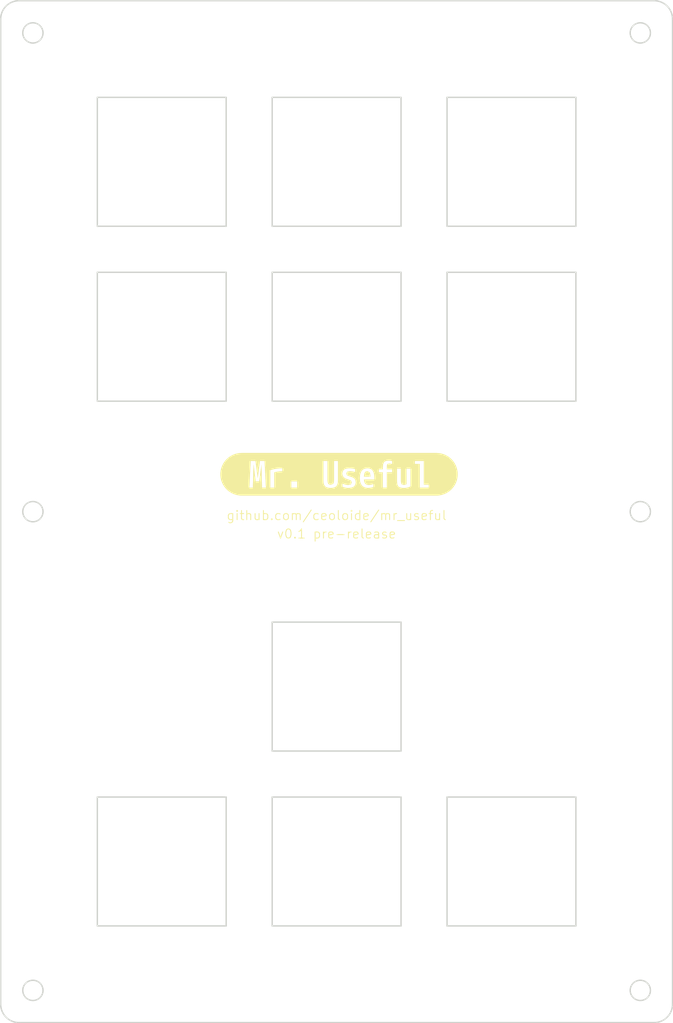
<source format=kicad_pcb>

            
(kicad_pcb (version 20171130) (host pcbnew 5.1.6)

  (page A3)
  (title_block
    (title front_plate)
    (rev 0.1)
    (company ceoloide)
  )

  (general
    (thickness 1.6)
  )

  (layers
    (0 F.Cu signal)
    (31 B.Cu signal)
    (32 B.Adhes user)
    (33 F.Adhes user)
    (34 B.Paste user)
    (35 F.Paste user)
    (36 B.SilkS user)
    (37 F.SilkS user)
    (38 B.Mask user)
    (39 F.Mask user)
    (40 Dwgs.User user)
    (41 Cmts.User user)
    (42 Eco1.User user)
    (43 Eco2.User user)
    (44 Edge.Cuts user)
    (45 Margin user)
    (46 B.CrtYd user)
    (47 F.CrtYd user)
    (48 B.Fab user)
    (49 F.Fab user)
  )

  (setup
    (last_trace_width 0.25)
    (trace_clearance 0.2)
    (zone_clearance 0.508)
    (zone_45_only no)
    (trace_min 0.2)
    (via_size 0.8)
    (via_drill 0.4)
    (via_min_size 0.4)
    (via_min_drill 0.3)
    (uvia_size 0.3)
    (uvia_drill 0.1)
    (uvias_allowed no)
    (uvia_min_size 0.2)
    (uvia_min_drill 0.1)
    (edge_width 0.05)
    (segment_width 0.2)
    (pcb_text_width 0.3)
    (pcb_text_size 1.5 1.5)
    (mod_edge_width 0.12)
    (mod_text_size 1 1)
    (mod_text_width 0.15)
    (pad_size 1.524 1.524)
    (pad_drill 0.762)
    (pad_to_mask_clearance 0.05)
    (aux_axis_origin 0 0)
    (visible_elements FFFFFF7F)
    (pcbplotparams
      (layerselection 0x010fc_ffffffff)
      (usegerberextensions false)
      (usegerberattributes true)
      (usegerberadvancedattributes true)
      (creategerberjobfile true)
      (excludeedgelayer true)
      (linewidth 0.100000)
      (plotframeref false)
      (viasonmask false)
      (mode 1)
      (useauxorigin false)
      (hpglpennumber 1)
      (hpglpenspeed 20)
      (hpglpendiameter 15.000000)
      (psnegative false)
      (psa4output false)
      (plotreference true)
      (plotvalue true)
      (plotinvisibletext false)
      (padsonsilk false)
      (subtractmaskfromsilk false)
      (outputformat 1)
      (mirror false)
      (drillshape 1)
      (scaleselection 1)
      (outputdirectory ""))
  )

            (net 0 "")
            
  (net_class Default "This is the default net class."
    (clearance 0.2)
    (trace_width 0.25)
    (via_dia 0.8)
    (via_drill 0.4)
    (uvia_dia 0.3)
    (uvia_drill 0.1)
    (add_net "")
  )

            
    (module "logo_mr_useful" (layer "F.Cu")
      (at 79 87 0)
      (fp_text reference "LOGO1" (at 0 0) (layer F.SilkS) hide (effects (font (size 1.27 1.27) (thickness 0.15))))
      (fp_text value "" (at 0 0) (layer F.SilkS) hide (effects (font (size 1.27 1.27) (thickness 0.15))))
      (fp_text user "github.com/ceoloide/mr_useful" (at 0 1) (layer "F.SilkS")
          (effects (font (size 1 1) (thickness 0.1)) (justify bottom))
      )
      (fp_text user "v0.1 pre-release" (at 0 3) (layer "F.SilkS")
          (effects (font (size 1 1) (thickness 0.1)) (justify bottom))
      )
      (fp_poly
        (pts
          (xy 2.972094 -3.801687)
          (xy 3.678531 -3.801687)
          (xy 3.654719 -4.079996)
          (xy 3.591219 -4.264047)
          (xy 3.341188 -4.400969)
          (xy 3.185414 -4.368226)
          (xy 3.075281 -4.27)
          (xy 3.005828 -4.087437)
          (xy 2.972094 -3.801687)
        )
        (layer F.SilkS) (width  0.01))
      (fp_poly
        (pts
          (xy -9.485812 -6.37476)
          (xy -10.312635 -6.37476)
          (xy -10.539555 -6.363612)
          (xy -10.76429 -6.330276)
          (xy -10.984675 -6.275073)
          (xy -11.198587 -6.198533)
          (xy -11.403968 -6.101396)
          (xy -11.598838 -5.984595)
          (xy -11.781322 -5.849256)
          (xy -11.949661 -5.696682)
          (xy -12.102235 -5.528343)
          (xy -12.237574 -5.345859)
          (xy -12.354375 -5.150989)
          (xy -12.451513 -4.945608)
          (xy -12.528052 -4.731695)
          (xy -12.583255 -4.51131)
          (xy -12.616592 -4.286576)
          (xy -12.627739 -4.059656)
          (xy -12.616592 -3.832736)
          (xy -12.583255 -3.608002)
          (xy -12.528052 -3.387617)
          (xy -12.451513 -3.173704)
          (xy -12.354375 -2.968323)
          (xy -12.237574 -2.773453)
          (xy -12.102235 -2.590969)
          (xy -11.949661 -2.42263)
          (xy -11.781322 -2.270056)
          (xy -11.598838 -2.134717)
          (xy -11.403968 -2.017916)
          (xy -11.198587 -1.920779)
          (xy -10.984675 -1.844239)
          (xy -10.76429 -1.789036)
          (xy -10.539555 -1.7557)
          (xy -10.312635 -1.744552)
          (xy -9.485812 -1.744552)
          (xy -9.096875 -1.744552)
          (xy -9.096875 -2.611062)
          (xy -9.485812 -2.611062)
          (xy -9.335 -5.50825)
          (xy -8.815094 -5.50825)
          (xy -8.573 -3.662781)
          (xy -8.565062 -3.662781)
          (xy -8.326937 -5.50825)
          (xy -7.826875 -5.50825)
          (xy -7.680031 -2.611062)
          (xy -8.104687 -2.611062)
          (xy -8.164219 -5.071687)
          (xy -8.168187 -5.071687)
          (xy -8.41425 -3.28575)
          (xy -8.791281 -3.28575)
          (xy -9.0175 -5.071687)
          (xy -9.029406 -5.071687)
          (xy -9.096875 -2.611062)
          (xy -9.096875 -1.744552)
          (xy -6.767219 -1.744552)
          (xy -6.767219 -2.611062)
          (xy -7.203781 -2.611062)
          (xy -7.203781 -4.508125)
          (xy -6.950734 -4.58242)
          (xy -6.693241 -4.640205)
          (xy -6.431304 -4.68148)
          (xy -6.164921 -4.706245)
          (xy -5.894094 -4.7145)
          (xy -5.894094 -4.385094)
          (xy -6.197924 -4.372305)
          (xy -6.490288 -4.333941)
          (xy -6.771187 -4.27)
          (xy -6.767219 -2.611062)
          (xy -6.767219 -1.744552)
          (xy -4.92175 -1.744552)
          (xy -4.92175 -2.611062)
          (xy -4.92175 -3.28575)
          (xy -4.28675 -3.28575)
          (xy -4.28675 -2.611062)
          (xy -4.92175 -2.611062)
          (xy -4.92175 -1.744552)
          (xy -0.643437 -1.744552)
          (xy -0.643437 -2.571375)
          (xy -0.899863 -2.591659)
          (xy -1.10293 -2.652514)
          (xy -1.252641 -2.753937)
          (xy -1.355167 -2.902986)
          (xy -1.416682 -3.106715)
          (xy -1.437187 -3.365125)
          (xy -1.437187 -5.50825)
          (xy -0.988719 -5.50825)
          (xy -0.988719 -3.4445)
          (xy -0.968875 -3.187523)
          (xy -0.909344 -3.027781)
          (xy -0.801195 -2.944437)
          (xy -0.6355 -2.916656)
          (xy -0.361656 -3.025797)
          (xy -0.302125 -3.185043)
          (xy -0.282281 -3.4445)
          (xy -0.282281 -5.50825)
          (xy 0.150313 -5.50825)
          (xy 0.150313 -3.365125)
          (xy 0.129807 -3.106715)
          (xy 0.068292 -2.902986)
          (xy -0.034234 -2.753937)
          (xy -0.183944 -2.652514)
          (xy -0.387012 -2.591659)
          (xy -0.643437 -2.571375)
          (xy -0.643437 -1.744552)
          (xy 1.317125 -1.744552)
          (xy 1.317125 -2.571375)
          (xy 1.073708 -2.585486)
          (xy 0.846167 -2.627819)
          (xy 0.6345 -2.698375)
          (xy 0.6345 -3.047625)
          (xy 0.951008 -2.931539)
          (xy 1.249656 -2.892843)
          (xy 1.551281 -2.958328)
          (xy 1.642563 -3.166687)
          (xy 1.571125 -3.365125)
          (xy 1.309188 -3.484187)
          (xy 0.986727 -3.593824)
          (xy 0.773406 -3.732234)
          (xy 0.654344 -3.910332)
          (xy 0.614656 -4.139031)
          (xy 0.661289 -4.384597)
          (xy 0.801188 -4.565672)
          (xy 1.033359 -4.677293)
          (xy 1.356813 -4.7145)
          (xy 1.588764 -4.704798)
          (xy 1.808368 -4.675694)
          (xy 2.015625 -4.627187)
          (xy 2.015625 -4.297781)
          (xy 1.698125 -4.372195)
          (xy 1.3965 -4.397)
          (xy 1.137539 -4.332508)
          (xy 1.051219 -4.139031)
          (xy 1.120672 -3.960437)
          (xy 1.356813 -3.849312)
          (xy 1.710527 -3.738187)
          (xy 1.930297 -3.60325)
          (xy 2.044895 -3.420687)
          (xy 2.083094 -3.166687)
          (xy 2.032988 -2.913679)
          (xy 1.882672 -2.726156)
          (xy 1.641074 -2.61007)
          (xy 1.317125 -2.571375)
          (xy 1.317125 -1.744552)
          (xy 3.432469 -1.744552)
          (xy 3.432469 -2.571375)
          (xy 3.153554 -2.60114)
          (xy 2.925351 -2.690437)
          (xy 2.747859 -2.839265)
          (xy 2.62108 -3.047625)
          (xy 2.545012 -3.315515)
          (xy 2.519656 -3.642937)
          (xy 2.542807 -3.970359)
          (xy 2.612261 -4.23825)
          (xy 2.728016 -4.446609)
          (xy 2.890073 -4.595437)
          (xy 3.098432 -4.684734)
          (xy 3.353094 -4.7145)
          (xy 3.585486 -4.686498)
          (xy 3.774663 -4.602493)
          (xy 3.920625 -4.462484)
          (xy 4.024254 -4.260298)
          (xy 4.086431 -3.989762)
          (xy 4.107156 -3.650875)
          (xy 4.099219 -3.492125)
          (xy 2.972094 -3.492125)
          (xy 3.018231 -3.213816)
          (xy 3.116953 -3.029765)
          (xy 3.271238 -2.927074)
          (xy 3.484063 -2.892843)
          (xy 3.728141 -2.919633)
          (xy 4 -3)
          (xy 4 -2.670593)
          (xy 3.709289 -2.596179)
          (xy 3.432469 -2.571375)
          (xy 3.432469 -1.744552)
          (xy 5.456531 -1.744552)
          (xy 5.456531 -2.611062)
          (xy 5.019969 -2.611062)
          (xy 5.019969 -4.273969)
          (xy 4.583406 -4.273969)
          (xy 4.583406 -4.595437)
          (xy 5.019969 -4.595437)
          (xy 5.019969 -4.825625)
          (xy 5.054695 -5.168922)
          (xy 5.158875 -5.389187)
          (xy 5.347391 -5.50825)
          (xy 5.635125 -5.547937)
          (xy 5.843484 -5.536031)
          (xy 6.032 -5.500312)
          (xy 6.032 -5.174875)
          (xy 5.722438 -5.230437)
          (xy 5.547813 -5.198687)
          (xy 5.476375 -5.065734)
          (xy 5.461492 -4.929308)
          (xy 5.456531 -4.722437)
          (xy 5.456531 -4.595437)
          (xy 6.032 -4.595437)
          (xy 6.032 -4.273969)
          (xy 5.456531 -4.273969)
          (xy 5.456531 -2.611062)
          (xy 5.456531 -1.744552)
          (xy 7.33375 -1.744552)
          (xy 7.33375 -2.571375)
          (xy 7.066521 -2.587691)
          (xy 6.862792 -2.636639)
          (xy 6.722563 -2.718218)
          (xy 6.600524 -2.928562)
          (xy 6.559844 -3.265906)
          (xy 6.559844 -4.674812)
          (xy 6.9845 -4.674812)
          (xy 6.9845 -3.265906)
          (xy 7.057922 -2.974203)
          (xy 7.325813 -2.896812)
          (xy 7.595688 -2.976187)
          (xy 7.591719 -4.674812)
          (xy 8.028281 -4.674812)
          (xy 8.028281 -2.738062)
          (xy 7.820583 -2.645458)
          (xy 7.589073 -2.589896)
          (xy 7.33375 -2.571375)
          (xy 7.33375 -1.744552)
          (xy 10.012656 -1.744552)
          (xy 10.012656 -2.611062)
          (xy 9.036344 -2.611062)
          (xy 9.036344 -5.186781)
          (xy 8.504531 -5.186781)
          (xy 8.504531 -5.50825)
          (xy 9.480844 -5.50825)
          (xy 9.480844 -2.932531)
          (xy 10.012656 -2.932531)
          (xy 10.012656 -2.611062)
          (xy 10.012656 -1.744552)
          (xy 10.839479 -1.744552)
          (xy 11.066399 -1.7557)
          (xy 11.291134 -1.789036)
          (xy 11.511519 -1.844239)
          (xy 11.725431 -1.920779)
          (xy 11.930812 -2.017916)
          (xy 12.125682 -2.134717)
          (xy 12.308166 -2.270056)
          (xy 12.476505 -2.42263)
          (xy 12.629079 -2.590969)
          (xy 12.764418 -2.773453)
          (xy 12.881219 -2.968323)
          (xy 12.978357 -3.173704)
          (xy 13.054896 -3.387617)
          (xy 13.110099 -3.608002)
          (xy 13.143436 -3.832736)
          (xy 13.154583 -4.059656)
          (xy 13.143436 -4.286576)
          (xy 13.110099 -4.51131)
          (xy 13.054896 -4.731695)
          (xy 12.978357 -4.945608)
          (xy 12.881219 -5.150989)
          (xy 12.764418 -5.345859)
          (xy 12.629079 -5.528343)
          (xy 12.476505 -5.696682)
          (xy 12.308166 -5.849256)
          (xy 12.125682 -5.984595)
          (xy 11.930812 -6.101396)
          (xy 11.725431 -6.198533)
          (xy 11.511519 -6.275073)
          (xy 11.291134 -6.330276)
          (xy 11.066399 -6.363612)
          (xy 10.839479 -6.37476)
          (xy 10.012656 -6.37476)
          (xy -9.485812 -6.37476)
        )
        (layer F.SilkS) (width  0.01))
    )
      
            (gr_line (start 44.5 142.5) (end 113.5 142.5) (angle 90) (layer Edge.Cuts) (width 0.15))
(gr_line (start 115.5 140.5) (end 115.5 33.5) (angle 90) (layer Edge.Cuts) (width 0.15))
(gr_line (start 44.5 31.5) (end 113.5 31.5) (angle 90) (layer Edge.Cuts) (width 0.15))
(gr_line (start 42.5 140.5) (end 42.5 33.5) (angle 90) (layer Edge.Cuts) (width 0.15))
(gr_arc (start 113.5 140.5) (end 113.5 142.5) (angle -90) (layer Edge.Cuts) (width 0.15))
(gr_arc (start 113.5 33.5) (end 115.5 33.5) (angle -90) (layer Edge.Cuts) (width 0.15))
(gr_arc (start 44.5 33.5) (end 44.5 31.5) (angle -90) (layer Edge.Cuts) (width 0.15))
(gr_arc (start 44.5 140.5) (end 42.5 140.5) (angle -90) (layer Edge.Cuts) (width 0.15))
(gr_line (start 53 132) (end 67 132) (angle 90) (layer Edge.Cuts) (width 0.15))
(gr_line (start 67 132) (end 67 118) (angle 90) (layer Edge.Cuts) (width 0.15))
(gr_line (start 67 118) (end 53 118) (angle 90) (layer Edge.Cuts) (width 0.15))
(gr_line (start 53 118) (end 53 132) (angle 90) (layer Edge.Cuts) (width 0.15))
(gr_line (start 72 132) (end 86 132) (angle 90) (layer Edge.Cuts) (width 0.15))
(gr_line (start 86 132) (end 86 118) (angle 90) (layer Edge.Cuts) (width 0.15))
(gr_line (start 86 118) (end 72 118) (angle 90) (layer Edge.Cuts) (width 0.15))
(gr_line (start 72 118) (end 72 132) (angle 90) (layer Edge.Cuts) (width 0.15))
(gr_line (start 72 113) (end 86 113) (angle 90) (layer Edge.Cuts) (width 0.15))
(gr_line (start 86 113) (end 86 99) (angle 90) (layer Edge.Cuts) (width 0.15))
(gr_line (start 86 99) (end 72 99) (angle 90) (layer Edge.Cuts) (width 0.15))
(gr_line (start 72 99) (end 72 113) (angle 90) (layer Edge.Cuts) (width 0.15))
(gr_line (start 91 132) (end 105 132) (angle 90) (layer Edge.Cuts) (width 0.15))
(gr_line (start 105 132) (end 105 118) (angle 90) (layer Edge.Cuts) (width 0.15))
(gr_line (start 105 118) (end 91 118) (angle 90) (layer Edge.Cuts) (width 0.15))
(gr_line (start 91 118) (end 91 132) (angle 90) (layer Edge.Cuts) (width 0.15))
(gr_line (start 53 75) (end 67 75) (angle 90) (layer Edge.Cuts) (width 0.15))
(gr_line (start 67 75) (end 67 61) (angle 90) (layer Edge.Cuts) (width 0.15))
(gr_line (start 67 61) (end 53 61) (angle 90) (layer Edge.Cuts) (width 0.15))
(gr_line (start 53 61) (end 53 75) (angle 90) (layer Edge.Cuts) (width 0.15))
(gr_line (start 53 56) (end 67 56) (angle 90) (layer Edge.Cuts) (width 0.15))
(gr_line (start 67 56) (end 67 42) (angle 90) (layer Edge.Cuts) (width 0.15))
(gr_line (start 67 42) (end 53 42) (angle 90) (layer Edge.Cuts) (width 0.15))
(gr_line (start 53 42) (end 53 56) (angle 90) (layer Edge.Cuts) (width 0.15))
(gr_line (start 72 75) (end 86 75) (angle 90) (layer Edge.Cuts) (width 0.15))
(gr_line (start 86 75) (end 86 61) (angle 90) (layer Edge.Cuts) (width 0.15))
(gr_line (start 86 61) (end 72 61) (angle 90) (layer Edge.Cuts) (width 0.15))
(gr_line (start 72 61) (end 72 75) (angle 90) (layer Edge.Cuts) (width 0.15))
(gr_line (start 72 56) (end 86 56) (angle 90) (layer Edge.Cuts) (width 0.15))
(gr_line (start 86 56) (end 86 42) (angle 90) (layer Edge.Cuts) (width 0.15))
(gr_line (start 86 42) (end 72 42) (angle 90) (layer Edge.Cuts) (width 0.15))
(gr_line (start 72 42) (end 72 56) (angle 90) (layer Edge.Cuts) (width 0.15))
(gr_line (start 91 75) (end 105 75) (angle 90) (layer Edge.Cuts) (width 0.15))
(gr_line (start 105 75) (end 105 61) (angle 90) (layer Edge.Cuts) (width 0.15))
(gr_line (start 105 61) (end 91 61) (angle 90) (layer Edge.Cuts) (width 0.15))
(gr_line (start 91 61) (end 91 75) (angle 90) (layer Edge.Cuts) (width 0.15))
(gr_line (start 91 56) (end 105 56) (angle 90) (layer Edge.Cuts) (width 0.15))
(gr_line (start 105 56) (end 105 42) (angle 90) (layer Edge.Cuts) (width 0.15))
(gr_line (start 105 42) (end 91 42) (angle 90) (layer Edge.Cuts) (width 0.15))
(gr_line (start 91 42) (end 91 56) (angle 90) (layer Edge.Cuts) (width 0.15))
(gr_circle (center 46 35) (end 47.1 35) (layer Edge.Cuts) (width 0.15))
(gr_circle (center 112 35) (end 113.1 35) (layer Edge.Cuts) (width 0.15))
(gr_circle (center 46 87) (end 47.1 87) (layer Edge.Cuts) (width 0.15))
(gr_circle (center 112 87) (end 113.1 87) (layer Edge.Cuts) (width 0.15))
(gr_circle (center 46 139) (end 47.1 139) (layer Edge.Cuts) (width 0.15))
(gr_circle (center 112 139) (end 113.1 139) (layer Edge.Cuts) (width 0.15))
            
)

        
</source>
